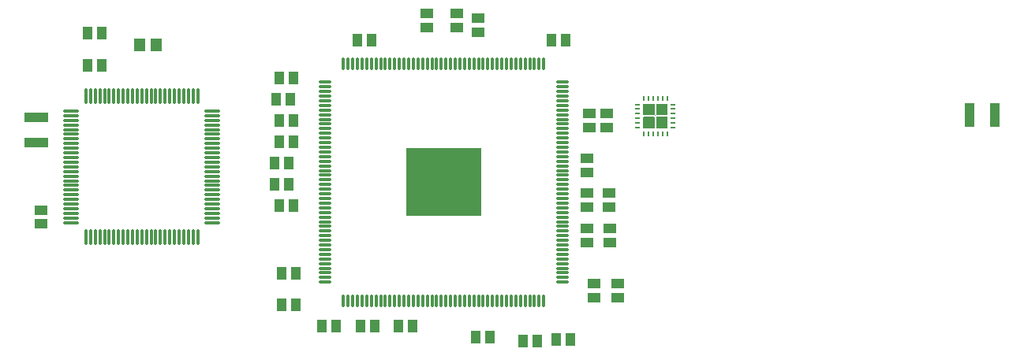
<source format=gbr>
G04 Layer_Color=8421504*
%FSLAX25Y25*%
%MOIN*%
%TF.FileFunction,Paste,Top*%
%TF.Part,Single*%
G01*
G75*
%TA.AperFunction,SMDPad,CuDef*%
%ADD10R,0.04331X0.05512*%
%ADD11R,0.05512X0.04331*%
%ADD13R,0.02362X0.00984*%
%ADD14R,0.00984X0.02362*%
%ADD15R,0.04724X0.05512*%
%ADD16R,0.04331X0.10236*%
%ADD17R,0.10236X0.04331*%
%ADD18O,0.05709X0.01181*%
%ADD19O,0.01181X0.05709*%
%ADD21O,0.01181X0.06890*%
%ADD22O,0.06890X0.01181*%
%ADD60R,0.00100X0.00100*%
%ADD61R,0.00100X0.00100*%
G36*
X279580Y140233D02*
X279617Y140222D01*
X279650Y140204D01*
X279679Y140180D01*
X279704Y140150D01*
X279721Y140117D01*
X279732Y140080D01*
X279736Y140042D01*
Y135587D01*
X279732Y135550D01*
X279721Y135513D01*
X279704Y135480D01*
X279679Y135450D01*
X279650Y135426D01*
X279617Y135408D01*
X279580Y135397D01*
X279542Y135394D01*
X275087D01*
X275050Y135397D01*
X275013Y135408D01*
X274980Y135426D01*
X274950Y135450D01*
X274926Y135480D01*
X274908Y135513D01*
X274897Y135550D01*
X274894Y135587D01*
Y140042D01*
X274897Y140080D01*
X274908Y140117D01*
X274926Y140150D01*
X274950Y140180D01*
X274980Y140204D01*
X275013Y140222D01*
X275050Y140233D01*
X275087Y140236D01*
X279542D01*
X279580Y140233D01*
D02*
G37*
G36*
X273950D02*
X273987Y140222D01*
X274020Y140204D01*
X274050Y140180D01*
X274074Y140150D01*
X274092Y140117D01*
X274103Y140080D01*
X274106Y140042D01*
Y135587D01*
X274103Y135550D01*
X274092Y135513D01*
X274074Y135480D01*
X274050Y135450D01*
X274020Y135426D01*
X273987Y135408D01*
X273950Y135397D01*
X273913Y135394D01*
X269458D01*
X269420Y135397D01*
X269383Y135408D01*
X269350Y135426D01*
X269321Y135450D01*
X269296Y135480D01*
X269279Y135513D01*
X269268Y135550D01*
X269264Y135587D01*
Y140042D01*
X269268Y140080D01*
X269279Y140117D01*
X269296Y140150D01*
X269321Y140180D01*
X269350Y140204D01*
X269383Y140222D01*
X269420Y140233D01*
X269458Y140236D01*
X273913D01*
X273950Y140233D01*
D02*
G37*
G36*
X279580Y134603D02*
X279617Y134592D01*
X279650Y134574D01*
X279679Y134550D01*
X279704Y134520D01*
X279721Y134487D01*
X279732Y134450D01*
X279736Y134413D01*
Y129957D01*
X279732Y129920D01*
X279721Y129883D01*
X279704Y129850D01*
X279679Y129821D01*
X279650Y129796D01*
X279617Y129779D01*
X279580Y129768D01*
X279542Y129764D01*
X275087D01*
X275050Y129768D01*
X275013Y129779D01*
X274980Y129796D01*
X274950Y129821D01*
X274926Y129850D01*
X274908Y129883D01*
X274897Y129920D01*
X274894Y129957D01*
Y134413D01*
X274897Y134450D01*
X274908Y134487D01*
X274926Y134520D01*
X274950Y134550D01*
X274980Y134574D01*
X275013Y134592D01*
X275050Y134603D01*
X275087Y134606D01*
X279542D01*
X279580Y134603D01*
D02*
G37*
G36*
X273950D02*
X273987Y134592D01*
X274020Y134574D01*
X274050Y134550D01*
X274074Y134520D01*
X274092Y134487D01*
X274103Y134450D01*
X274106Y134413D01*
Y129957D01*
X274103Y129920D01*
X274092Y129883D01*
X274074Y129850D01*
X274050Y129821D01*
X274020Y129796D01*
X273987Y129779D01*
X273950Y129768D01*
X273913Y129764D01*
X269458D01*
X269420Y129768D01*
X269383Y129779D01*
X269350Y129796D01*
X269321Y129821D01*
X269296Y129850D01*
X269279Y129883D01*
X269268Y129920D01*
X269264Y129957D01*
Y134413D01*
X269268Y134450D01*
X269279Y134487D01*
X269296Y134520D01*
X269321Y134550D01*
X269350Y134574D01*
X269383Y134592D01*
X269420Y134603D01*
X269458Y134606D01*
X273913D01*
X273950Y134603D01*
D02*
G37*
G36*
X200886Y92610D02*
X169114D01*
Y121370D01*
X200886D01*
Y92610D01*
D02*
G37*
D10*
X204453Y41500D02*
D03*
X198547D02*
D03*
X224453Y39783D02*
D03*
X218547D02*
D03*
X113547Y115000D02*
D03*
X119453D02*
D03*
X166047Y46000D02*
D03*
X171953D02*
D03*
X150047D02*
D03*
X155953D02*
D03*
X133547D02*
D03*
X139453D02*
D03*
X116547Y68500D02*
D03*
X122453D02*
D03*
X116547Y55000D02*
D03*
X122453D02*
D03*
X148547Y167000D02*
D03*
X154453D02*
D03*
X121453Y151000D02*
D03*
X115547D02*
D03*
X40453Y170000D02*
D03*
X34547D02*
D03*
X34547Y156500D02*
D03*
X40453D02*
D03*
X236453Y167000D02*
D03*
X230547D02*
D03*
X114179Y142000D02*
D03*
X120085D02*
D03*
X115547Y133000D02*
D03*
X121453D02*
D03*
X115547Y124000D02*
D03*
X121453D02*
D03*
X113594Y106000D02*
D03*
X119500D02*
D03*
X115547Y97000D02*
D03*
X121453D02*
D03*
X238453Y40500D02*
D03*
X232547D02*
D03*
D11*
X258500Y58047D02*
D03*
Y63953D02*
D03*
X248500Y58047D02*
D03*
Y63953D02*
D03*
X255205Y81547D02*
D03*
Y87453D02*
D03*
X245500Y81410D02*
D03*
Y87315D02*
D03*
X255000Y96547D02*
D03*
Y102453D02*
D03*
X245500Y111047D02*
D03*
Y116953D02*
D03*
X254000Y130232D02*
D03*
Y136138D02*
D03*
X246500Y130047D02*
D03*
Y135953D02*
D03*
X190500Y178453D02*
D03*
Y172547D02*
D03*
X178000Y178453D02*
D03*
Y172547D02*
D03*
X15000Y89284D02*
D03*
Y95189D02*
D03*
X199500Y176453D02*
D03*
Y170547D02*
D03*
X245500Y96547D02*
D03*
Y102453D02*
D03*
D13*
X267000Y130000D02*
D03*
X267020Y132047D02*
D03*
Y134016D02*
D03*
Y135984D02*
D03*
Y137953D02*
D03*
Y139921D02*
D03*
X281980D02*
D03*
Y137953D02*
D03*
Y135984D02*
D03*
Y134016D02*
D03*
Y132047D02*
D03*
Y130079D02*
D03*
D14*
X269579Y142480D02*
D03*
X271547D02*
D03*
X273516D02*
D03*
X275484D02*
D03*
X277453D02*
D03*
X279421D02*
D03*
Y127520D02*
D03*
X277453D02*
D03*
X275484D02*
D03*
X273516D02*
D03*
X271547D02*
D03*
X269579D02*
D03*
D15*
X56457Y165000D02*
D03*
X63543D02*
D03*
D16*
X407185Y135543D02*
D03*
X417815D02*
D03*
D17*
X13000Y134315D02*
D03*
Y123685D02*
D03*
D18*
X235098Y149323D02*
D03*
Y147354D02*
D03*
Y145386D02*
D03*
Y143417D02*
D03*
Y141449D02*
D03*
Y139480D02*
D03*
Y137512D02*
D03*
Y135543D02*
D03*
Y133575D02*
D03*
Y131606D02*
D03*
Y129638D02*
D03*
Y127669D02*
D03*
Y125701D02*
D03*
Y123732D02*
D03*
Y121764D02*
D03*
Y119795D02*
D03*
Y117827D02*
D03*
Y115858D02*
D03*
Y113890D02*
D03*
Y111921D02*
D03*
Y109953D02*
D03*
Y107984D02*
D03*
Y106016D02*
D03*
Y104047D02*
D03*
Y102079D02*
D03*
Y100110D02*
D03*
Y98142D02*
D03*
Y96173D02*
D03*
Y94205D02*
D03*
Y92236D02*
D03*
Y90268D02*
D03*
Y88299D02*
D03*
Y86331D02*
D03*
Y84362D02*
D03*
Y82394D02*
D03*
Y80425D02*
D03*
Y78457D02*
D03*
Y76488D02*
D03*
Y74520D02*
D03*
Y72551D02*
D03*
Y70583D02*
D03*
Y68614D02*
D03*
Y66646D02*
D03*
Y64677D02*
D03*
X134902D02*
D03*
Y66646D02*
D03*
Y68614D02*
D03*
Y70583D02*
D03*
Y72551D02*
D03*
Y74520D02*
D03*
Y76488D02*
D03*
Y78457D02*
D03*
Y80425D02*
D03*
Y82394D02*
D03*
Y84362D02*
D03*
Y86331D02*
D03*
Y88299D02*
D03*
Y90268D02*
D03*
Y92236D02*
D03*
Y94205D02*
D03*
Y96173D02*
D03*
Y98142D02*
D03*
Y100110D02*
D03*
Y102079D02*
D03*
Y104047D02*
D03*
Y106016D02*
D03*
Y107984D02*
D03*
Y109953D02*
D03*
Y111921D02*
D03*
Y113890D02*
D03*
Y115858D02*
D03*
Y117827D02*
D03*
Y119795D02*
D03*
Y121764D02*
D03*
Y123732D02*
D03*
Y125701D02*
D03*
Y127669D02*
D03*
Y129638D02*
D03*
Y131606D02*
D03*
Y133575D02*
D03*
Y135543D02*
D03*
Y137512D02*
D03*
Y139480D02*
D03*
Y141449D02*
D03*
Y143417D02*
D03*
Y145386D02*
D03*
Y147354D02*
D03*
Y149323D02*
D03*
D19*
X227323Y56902D02*
D03*
X225354D02*
D03*
X223386D02*
D03*
X221417D02*
D03*
X219449D02*
D03*
X217480D02*
D03*
X215512D02*
D03*
X213543D02*
D03*
X211575D02*
D03*
X209606D02*
D03*
X207638D02*
D03*
X205669D02*
D03*
X203701D02*
D03*
X201732D02*
D03*
X199764D02*
D03*
X197795D02*
D03*
X195827D02*
D03*
X193858D02*
D03*
X191890D02*
D03*
X189921D02*
D03*
X187953D02*
D03*
X185984D02*
D03*
X184016D02*
D03*
X182047D02*
D03*
X180079D02*
D03*
X178110D02*
D03*
X176142D02*
D03*
X174173D02*
D03*
X172205D02*
D03*
X170236D02*
D03*
X168268D02*
D03*
X166299D02*
D03*
X164331D02*
D03*
X162362D02*
D03*
X160394D02*
D03*
X158425D02*
D03*
X156457D02*
D03*
X154488D02*
D03*
X152520D02*
D03*
X150551D02*
D03*
X148583D02*
D03*
X146614D02*
D03*
X144646D02*
D03*
X142677D02*
D03*
Y157098D02*
D03*
X144646D02*
D03*
X146614D02*
D03*
X148583D02*
D03*
X150551D02*
D03*
X152520D02*
D03*
X154488D02*
D03*
X156457D02*
D03*
X158425D02*
D03*
X160394D02*
D03*
X162362D02*
D03*
X164331D02*
D03*
X166299D02*
D03*
X168268D02*
D03*
X170236D02*
D03*
X172205D02*
D03*
X174173D02*
D03*
X176142D02*
D03*
X178110D02*
D03*
X180079D02*
D03*
X182047D02*
D03*
X184016D02*
D03*
X185984D02*
D03*
X187953D02*
D03*
X189921D02*
D03*
X191890D02*
D03*
X193858D02*
D03*
X195827D02*
D03*
X197795D02*
D03*
X199764D02*
D03*
X201732D02*
D03*
X203701D02*
D03*
X205669D02*
D03*
X207638D02*
D03*
X209606D02*
D03*
X211575D02*
D03*
X213543D02*
D03*
X215512D02*
D03*
X217480D02*
D03*
X219449D02*
D03*
X221417D02*
D03*
X223386D02*
D03*
X225354D02*
D03*
X227323D02*
D03*
D21*
X81122Y143323D02*
D03*
X79154D02*
D03*
X77185D02*
D03*
X75217D02*
D03*
X73248D02*
D03*
X71280D02*
D03*
X69311D02*
D03*
X67343D02*
D03*
X65374D02*
D03*
X63406D02*
D03*
X61437D02*
D03*
X59469D02*
D03*
X57500D02*
D03*
X55532D02*
D03*
X53563D02*
D03*
X51595D02*
D03*
X49626D02*
D03*
X47657D02*
D03*
X45689D02*
D03*
X43720D02*
D03*
X41752D02*
D03*
X39783D02*
D03*
X37815D02*
D03*
X35846D02*
D03*
X33878D02*
D03*
Y83677D02*
D03*
X35846D02*
D03*
X37815D02*
D03*
X39783D02*
D03*
X41752D02*
D03*
X43720D02*
D03*
X45689D02*
D03*
X47657D02*
D03*
X49626D02*
D03*
X51595D02*
D03*
X53563D02*
D03*
X55532D02*
D03*
X57500D02*
D03*
X59469D02*
D03*
X61437D02*
D03*
X63406D02*
D03*
X65374D02*
D03*
X67343D02*
D03*
X69311D02*
D03*
X71280D02*
D03*
X73248D02*
D03*
X75217D02*
D03*
X77185D02*
D03*
X79154D02*
D03*
X81122D02*
D03*
D22*
X27677Y137122D02*
D03*
Y135153D02*
D03*
Y133185D02*
D03*
Y131217D02*
D03*
Y129248D02*
D03*
Y127279D02*
D03*
Y125311D02*
D03*
Y123343D02*
D03*
Y121374D02*
D03*
Y119405D02*
D03*
Y117437D02*
D03*
Y115469D02*
D03*
Y113500D02*
D03*
Y111531D02*
D03*
Y109563D02*
D03*
Y107595D02*
D03*
Y105626D02*
D03*
Y103657D02*
D03*
Y101689D02*
D03*
Y99721D02*
D03*
Y97752D02*
D03*
Y95784D02*
D03*
Y93815D02*
D03*
Y91847D02*
D03*
Y89878D02*
D03*
X87323D02*
D03*
Y91847D02*
D03*
Y93815D02*
D03*
Y95784D02*
D03*
Y97752D02*
D03*
Y99721D02*
D03*
Y101689D02*
D03*
Y103657D02*
D03*
Y105626D02*
D03*
Y107595D02*
D03*
Y109563D02*
D03*
Y111531D02*
D03*
Y113500D02*
D03*
Y115469D02*
D03*
Y117437D02*
D03*
Y119405D02*
D03*
Y121374D02*
D03*
Y123343D02*
D03*
Y125311D02*
D03*
Y127279D02*
D03*
Y129248D02*
D03*
Y131217D02*
D03*
Y133185D02*
D03*
Y135153D02*
D03*
Y137122D02*
D03*
D60*
X274500Y135000D02*
D03*
D61*
X185000Y107000D02*
D03*
%TF.MD5,6015AF3117A09235BD64E8115018467B*%
M02*

</source>
